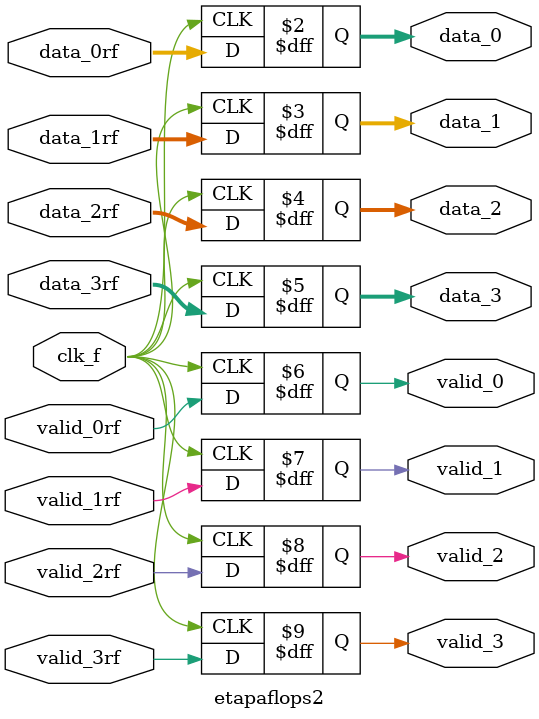
<source format=v>
module etapaflops2( output reg [7:0] data_0, data_1, 
		    output reg [7:0] data_2, data_3,
		    output reg 	     valid_0, valid_1,
		    output reg 	     valid_2, valid_3,
		    input wire [7:0] data_0rf, data_1rf,
		    input wire [7:0] data_2rf, data_3rf,
		    input wire 	     valid_0rf, valid_1rf,
		    input wire 	     valid_2rf, valid_3rf, clk_f );

   always @( posedge clk_f ) begin
      data_0 <= data_0rf;
      data_1 <= data_1rf;
      data_2 <= data_2rf;
      data_3 <= data_3rf;
      valid_0 <= valid_0rf;
      valid_1 <= valid_1rf;
      valid_2 <= valid_2rf;
      valid_3 <= valid_3rf;
   end
   
endmodule 		    

</source>
